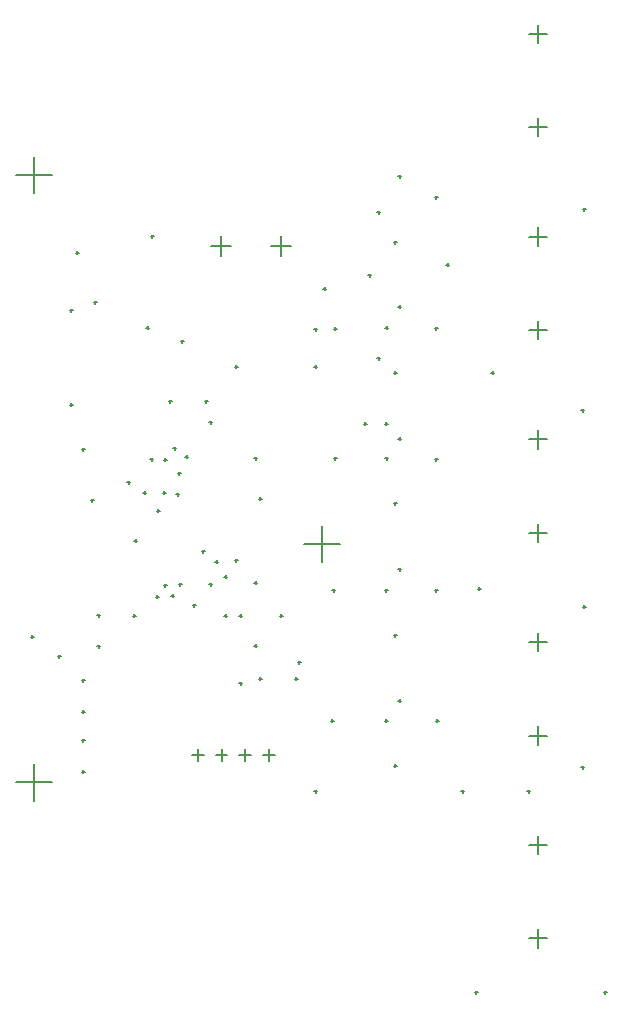
<source format=gbr>
%TF.GenerationSoftware,Altium Limited,Altium Designer,20.1.12 (249)*%
G04 Layer_Color=128*
%FSLAX26Y26*%
%MOIN*%
%TF.SameCoordinates,D7814EA1-E16B-4454-910B-2193EC0156EE*%
%TF.FilePolarity,Positive*%
%TF.FileFunction,Drillmap*%
%TF.Part,Single*%
G01*
G75*
%TA.AperFunction,NonConductor*%
%ADD89C,0.005000*%
D89*
X1018976Y1590000D02*
X1141024D01*
X1080000Y1528976D02*
Y1651024D01*
X58976Y795000D02*
X181024D01*
X120000Y733976D02*
Y856024D01*
X58976Y2820000D02*
X181024D01*
X120000Y2758976D02*
Y2881024D01*
X804685Y886654D02*
X844055D01*
X824370Y866968D02*
Y906338D01*
X725945Y886654D02*
X765315D01*
X745630Y866968D02*
Y906338D01*
X647205Y886654D02*
X686575D01*
X666890Y866968D02*
Y906338D01*
X883425Y886654D02*
X922795D01*
X903110Y866968D02*
Y906338D01*
X1769488Y1262274D02*
X1830512D01*
X1800000Y1231762D02*
Y1292785D01*
X1769488Y951250D02*
X1830512D01*
X1800000Y920738D02*
Y981762D01*
X1769488Y1938524D02*
X1830512D01*
X1800000Y1908012D02*
Y1969035D01*
X1769488Y1627500D02*
X1830512D01*
X1800000Y1596988D02*
Y1658012D01*
X1769488Y2614774D02*
X1830512D01*
X1800000Y2584262D02*
Y2645285D01*
X1769488Y2303750D02*
X1830512D01*
X1800000Y2273238D02*
Y2334262D01*
X1769488Y3291024D02*
X1830512D01*
X1800000Y3260512D02*
Y3321535D01*
X1769488Y2980000D02*
X1830512D01*
X1800000Y2949488D02*
Y3010512D01*
X1769488Y586024D02*
X1830512D01*
X1800000Y555512D02*
Y616535D01*
X1769488Y275000D02*
X1830512D01*
X1800000Y244488D02*
Y305512D01*
X711929Y2582018D02*
X778071D01*
X745000Y2548947D02*
Y2615089D01*
X911929Y2582018D02*
X978071D01*
X945000Y2548947D02*
Y2615089D01*
X495000Y2310000D02*
X505000D01*
X500000Y2305000D02*
Y2315000D01*
X507349Y1872349D02*
X517349D01*
X512349Y1867349D02*
Y1877349D01*
X570000Y2065000D02*
X580000D01*
X575000Y2060000D02*
Y2070000D01*
X690000Y2065000D02*
X700000D01*
X695000Y2060000D02*
Y2070000D01*
X1320000Y2595000D02*
X1330000D01*
X1325000Y2590000D02*
Y2600000D01*
X650000Y1385000D02*
X660000D01*
X655000Y1380000D02*
Y1390000D01*
X431620Y1795961D02*
X441620D01*
X436620Y1790961D02*
Y1800961D01*
X310000Y1735000D02*
X320000D01*
X315000Y1730000D02*
Y1740000D01*
X485000Y1760000D02*
X495000D01*
X490000Y1755000D02*
Y1765000D01*
X550000Y1760000D02*
X560000D01*
X555000Y1755000D02*
Y1765000D01*
X1114427Y1436250D02*
X1124427D01*
X1119427Y1431250D02*
Y1441250D01*
X1495000Y2520000D02*
X1505000D01*
X1500000Y2515000D02*
Y2525000D01*
X1950000Y1380000D02*
X1960000D01*
X1955000Y1375000D02*
Y1385000D01*
X725000Y1530000D02*
X735000D01*
X730000Y1525000D02*
Y1535000D01*
X755000Y1480000D02*
X765000D01*
X760000Y1475000D02*
Y1485000D01*
X600000Y1825000D02*
X610000D01*
X605000Y1820000D02*
Y1830000D01*
X2020000Y95000D02*
X2030000D01*
X2025000Y90000D02*
Y100000D01*
X1945000Y845000D02*
X1955000D01*
X1950000Y840000D02*
Y850000D01*
X680000Y1565000D02*
X690000D01*
X685000Y1560000D02*
Y1570000D01*
X1945000Y2035000D02*
X1955000D01*
X1950000Y2030000D02*
Y2040000D01*
Y2705000D02*
X1960000D01*
X1955000Y2700000D02*
Y2710000D01*
X790000Y1535000D02*
X800000D01*
X795000Y1530000D02*
Y1540000D01*
X1765000Y765000D02*
X1775000D01*
X1770000Y760000D02*
Y770000D01*
X1545000Y765000D02*
X1555000D01*
X1550000Y760000D02*
Y770000D01*
X1590000Y95000D02*
X1600000D01*
X1595000Y90000D02*
Y100000D01*
X1055000Y765000D02*
X1065000D01*
X1060000Y760000D02*
Y770000D01*
X1600000Y1440000D02*
X1610000D01*
X1605000Y1435000D02*
Y1445000D01*
X1645000Y2160000D02*
X1655000D01*
X1650000Y2155000D02*
Y2165000D01*
X790000Y2180000D02*
X800000D01*
X795000Y2175000D02*
Y2185000D01*
X610000Y2265000D02*
X620000D01*
X615000Y2260000D02*
Y2270000D01*
X1263750Y2208750D02*
X1273750D01*
X1268750Y2203750D02*
Y2213750D01*
X1055000Y2180000D02*
X1065000D01*
X1060000Y2175000D02*
Y2185000D01*
X1120355Y2307105D02*
X1130355D01*
X1125355Y2302105D02*
Y2312105D01*
X1055000Y2305000D02*
X1065000D01*
X1060000Y2300000D02*
Y2310000D01*
X1085000Y2440000D02*
X1095000D01*
X1090000Y2435000D02*
Y2445000D01*
X595000Y1755000D02*
X605000D01*
X600000Y1750000D02*
Y1760000D01*
X1265000Y2695000D02*
X1275000D01*
X1270000Y2690000D02*
Y2700000D01*
X1235000Y2485000D02*
X1245000D01*
X1240000Y2480000D02*
Y2490000D01*
X510000Y2615000D02*
X520000D01*
X515000Y2610000D02*
Y2620000D01*
X260000Y2560000D02*
X270000D01*
X265000Y2555000D02*
Y2565000D01*
X320000Y2395000D02*
X330000D01*
X325000Y2390000D02*
Y2400000D01*
X200000Y1215000D02*
X210000D01*
X205000Y1210000D02*
Y1220000D01*
X110000Y1280000D02*
X120000D01*
X115000Y1275000D02*
Y1285000D01*
X280000Y1905000D02*
X290000D01*
X285000Y1900000D02*
Y1910000D01*
X870000Y1740000D02*
X880000D01*
X875000Y1735000D02*
Y1745000D01*
X855000Y1875000D02*
X865000D01*
X860000Y1870000D02*
Y1880000D01*
X870000Y1140000D02*
X880000D01*
X875000Y1135000D02*
Y1145000D01*
X990000Y1140000D02*
X1000000D01*
X995000Y1135000D02*
Y1145000D01*
X1000000Y1195000D02*
X1010000D01*
X1005000Y1190000D02*
Y1200000D01*
X940000Y1350000D02*
X950000D01*
X945000Y1345000D02*
Y1355000D01*
X330591Y1249409D02*
X340591D01*
X335591Y1244409D02*
Y1254409D01*
X330591Y1351772D02*
X340591D01*
X335591Y1346772D02*
Y1356772D01*
X449409Y1350591D02*
X459409D01*
X454409Y1345591D02*
Y1355591D01*
X525404Y1414597D02*
X535404D01*
X530404Y1409597D02*
Y1419597D01*
X603386Y1455000D02*
X613386D01*
X608386Y1450000D02*
Y1460000D01*
X552205Y1452795D02*
X562205D01*
X557205Y1447795D02*
Y1457795D01*
X577795Y1417795D02*
X587795D01*
X582795Y1412795D02*
Y1422795D01*
X280000Y830000D02*
X290000D01*
X285000Y825000D02*
Y835000D01*
X280000Y935000D02*
X290000D01*
X285000Y930000D02*
Y940000D01*
X280000Y1030000D02*
X290000D01*
X285000Y1025000D02*
Y1035000D01*
X280000Y1135000D02*
X290000D01*
X285000Y1130000D02*
Y1140000D01*
X455000Y1600000D02*
X465000D01*
X460000Y1595000D02*
Y1605000D01*
X530000Y1700000D02*
X540000D01*
X535000Y1695000D02*
Y1705000D01*
X552230Y1870713D02*
X562230D01*
X557230Y1865713D02*
Y1875713D01*
X584313Y1909062D02*
X594313D01*
X589313Y1904062D02*
Y1914062D01*
X705000Y1995000D02*
X715000D01*
X710000Y1990000D02*
Y2000000D01*
X625000Y1880000D02*
X635000D01*
X630000Y1875000D02*
Y1885000D01*
X705000Y1455000D02*
X715000D01*
X710000Y1450000D02*
Y1460000D01*
X855000D02*
X865000D01*
X860000Y1455000D02*
Y1465000D01*
X755000Y1350000D02*
X765000D01*
X760000Y1345000D02*
Y1355000D01*
X855000Y1250000D02*
X865000D01*
X860000Y1245000D02*
Y1255000D01*
X805000Y1350000D02*
X815000D01*
X810000Y1345000D02*
Y1355000D01*
X805000Y1125000D02*
X815000D01*
X810000Y1120000D02*
Y1130000D01*
X240000Y2054183D02*
X250000D01*
X245000Y2049183D02*
Y2059183D01*
X240000Y2369183D02*
X250000D01*
X245000Y2364183D02*
Y2374183D01*
X1290000Y1990000D02*
X1300000D01*
X1295000Y1985000D02*
Y1995000D01*
X1220000Y1990000D02*
X1230000D01*
X1225000Y1985000D02*
Y1995000D01*
X1291875Y2310000D02*
X1301875D01*
X1296875Y2305000D02*
Y2315000D01*
X1290000Y1435000D02*
X1300000D01*
X1295000Y1430000D02*
Y1440000D01*
X1291562Y1875000D02*
X1301562D01*
X1296562Y1870000D02*
Y1880000D01*
X1120000Y1875000D02*
X1130000D01*
X1125000Y1870000D02*
Y1880000D01*
X1110000Y1000000D02*
X1120000D01*
X1115000Y995000D02*
Y1005000D01*
X1290000Y1000000D02*
X1300000D01*
X1295000Y995000D02*
Y1005000D01*
X1456705Y2745000D02*
X1466705D01*
X1461705Y2740000D02*
Y2750000D01*
X1456705Y2308750D02*
X1466705D01*
X1461705Y2303750D02*
Y2313750D01*
X1456705Y1873100D02*
X1466705D01*
X1461705Y1868100D02*
Y1878100D01*
X1456705Y1436250D02*
X1466705D01*
X1461705Y1431250D02*
Y1441250D01*
X1460000Y1000000D02*
X1470000D01*
X1465000Y995000D02*
Y1005000D01*
X1319527Y2160000D02*
X1329527D01*
X1324527Y2155000D02*
Y2165000D01*
X1319527Y1725000D02*
X1329527D01*
X1324527Y1720000D02*
Y1730000D01*
X1319527Y1285000D02*
X1329527D01*
X1324527Y1280000D02*
Y1290000D01*
X1319527Y850000D02*
X1329527D01*
X1324527Y845000D02*
Y855000D01*
X1335000Y1066900D02*
X1345000D01*
X1340000Y1061900D02*
Y1071900D01*
X1335000Y1505000D02*
X1345000D01*
X1340000Y1500000D02*
Y1510000D01*
X1335000Y1940000D02*
X1345000D01*
X1340000Y1935000D02*
Y1945000D01*
X1335000Y2380000D02*
X1345000D01*
X1340000Y2375000D02*
Y2385000D01*
X1335000Y2815000D02*
X1345000D01*
X1340000Y2810000D02*
Y2820000D01*
%TF.MD5,c6bb07b45f77e8e15e8e0e230cbd6bcb*%
M02*

</source>
